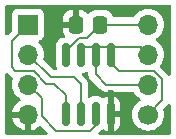
<source format=gtl>
%TF.GenerationSoftware,KiCad,Pcbnew,8.0.4*%
%TF.CreationDate,2025-01-06T14:25:35+00:00*%
%TF.ProjectId,soic_8_breakout,736f6963-5f38-45f6-9272-65616b6f7574,rev?*%
%TF.SameCoordinates,Original*%
%TF.FileFunction,Copper,L1,Top*%
%TF.FilePolarity,Positive*%
%FSLAX46Y46*%
G04 Gerber Fmt 4.6, Leading zero omitted, Abs format (unit mm)*
G04 Created by KiCad (PCBNEW 8.0.4) date 2025-01-06 14:25:35*
%MOMM*%
%LPD*%
G01*
G04 APERTURE LIST*
G04 Aperture macros list*
%AMRoundRect*
0 Rectangle with rounded corners*
0 $1 Rounding radius*
0 $2 $3 $4 $5 $6 $7 $8 $9 X,Y pos of 4 corners*
0 Add a 4 corners polygon primitive as box body*
4,1,4,$2,$3,$4,$5,$6,$7,$8,$9,$2,$3,0*
0 Add four circle primitives for the rounded corners*
1,1,$1+$1,$2,$3*
1,1,$1+$1,$4,$5*
1,1,$1+$1,$6,$7*
1,1,$1+$1,$8,$9*
0 Add four rect primitives between the rounded corners*
20,1,$1+$1,$2,$3,$4,$5,0*
20,1,$1+$1,$4,$5,$6,$7,0*
20,1,$1+$1,$6,$7,$8,$9,0*
20,1,$1+$1,$8,$9,$2,$3,0*%
G04 Aperture macros list end*
%TA.AperFunction,SMDPad,CuDef*%
%ADD10RoundRect,0.250000X-0.337500X-0.475000X0.337500X-0.475000X0.337500X0.475000X-0.337500X0.475000X0*%
%TD*%
%TA.AperFunction,ComponentPad*%
%ADD11R,1.700000X1.700000*%
%TD*%
%TA.AperFunction,ComponentPad*%
%ADD12O,1.700000X1.700000*%
%TD*%
%TA.AperFunction,ComponentPad*%
%ADD13C,1.700000*%
%TD*%
%TA.AperFunction,SMDPad,CuDef*%
%ADD14RoundRect,0.150000X0.150000X-0.825000X0.150000X0.825000X-0.150000X0.825000X-0.150000X-0.825000X0*%
%TD*%
%TA.AperFunction,ViaPad*%
%ADD15C,0.600000*%
%TD*%
%TA.AperFunction,Conductor*%
%ADD16C,0.200000*%
%TD*%
%TA.AperFunction,Conductor*%
%ADD17C,0.500000*%
%TD*%
G04 APERTURE END LIST*
D10*
%TO.P,C1,1*%
%TO.N,/GND*%
X56462500Y-52190000D03*
%TO.P,C1,2*%
%TO.N,Net-(J2-Pin_4)*%
X58537500Y-52190000D03*
%TD*%
D11*
%TO.P,J1,1,Pin_1*%
%TO.N,Net-(J1-Pin_1)*%
X52420000Y-52190000D03*
D12*
%TO.P,J1,2,Pin_2*%
%TO.N,Net-(J1-Pin_2)*%
X52420000Y-54730000D03*
%TO.P,J1,3,Pin_3*%
%TO.N,Net-(J1-Pin_3)*%
X52420000Y-57270000D03*
%TO.P,J1,4,Pin_4*%
%TO.N,/GND*%
X52420000Y-59810000D03*
%TD*%
D13*
%TO.P,J2,1,Pin_1*%
%TO.N,Net-(J2-Pin_1)*%
X62580000Y-59810000D03*
D12*
%TO.P,J2,2,Pin_2*%
%TO.N,Net-(J2-Pin_2)*%
X62580000Y-57270000D03*
%TO.P,J2,3,Pin_3*%
%TO.N,Net-(J2-Pin_3)*%
X62580000Y-54730000D03*
%TO.P,J2,4,Pin_4*%
%TO.N,Net-(J2-Pin_4)*%
X62580000Y-52190000D03*
%TD*%
D14*
%TO.P,U1,1,Pin_1*%
%TO.N,Net-(J1-Pin_1)*%
X55595000Y-59745000D03*
%TO.P,U1,2,Pin_2*%
%TO.N,Net-(J1-Pin_2)*%
X56865000Y-59745000D03*
%TO.P,U1,3,Pin_3*%
%TO.N,Net-(J1-Pin_3)*%
X58135000Y-59745000D03*
%TO.P,U1,4,Pin_4*%
%TO.N,/GND*%
X59405000Y-59745000D03*
%TO.P,U1,5,Pin_5*%
%TO.N,Net-(J2-Pin_1)*%
X59405000Y-54795000D03*
%TO.P,U1,6,Pin_6*%
%TO.N,Net-(J2-Pin_2)*%
X58135000Y-54795000D03*
%TO.P,U1,7,Pin_7*%
%TO.N,Net-(J2-Pin_3)*%
X56865000Y-54795000D03*
%TO.P,U1,8,Pin_8*%
%TO.N,Net-(J2-Pin_4)*%
X55595000Y-54795000D03*
%TD*%
D15*
%TO.N,/GND*%
X59405000Y-57970000D03*
X55210000Y-52190000D03*
%TD*%
D16*
%TO.N,/GND*%
X59440000Y-57970000D02*
X59410000Y-58000000D01*
D17*
X56462500Y-52190000D02*
X55210000Y-52190000D01*
X59405000Y-59745000D02*
X59405000Y-57970000D01*
D16*
%TO.N,Net-(J2-Pin_4)*%
X57427500Y-53300000D02*
X58537500Y-52190000D01*
X56735001Y-53300000D02*
X57427500Y-53300000D01*
X55595000Y-55415000D02*
X55595000Y-54440001D01*
X55595000Y-54440001D02*
X56735001Y-53300000D01*
X58537500Y-52190000D02*
X62580000Y-52190000D01*
%TO.N,Net-(J2-Pin_3)*%
X57205001Y-54100000D02*
X61950000Y-54100000D01*
X56865000Y-55415000D02*
X56865000Y-54440001D01*
X61950000Y-54100000D02*
X62580000Y-54730000D01*
X56865000Y-54440001D02*
X57205001Y-54100000D01*
%TO.N,Net-(J2-Pin_1)*%
X63770000Y-58620000D02*
X62580000Y-59810000D01*
X63770000Y-56833654D02*
X63770000Y-58620000D01*
X59405000Y-55415000D02*
X60110000Y-56120000D01*
X60110000Y-56120000D02*
X63056346Y-56120000D01*
X63056346Y-56120000D02*
X63770000Y-56833654D01*
%TO.N,Net-(J2-Pin_2)*%
X59015001Y-57270000D02*
X62580000Y-57270000D01*
X58135000Y-56389999D02*
X59015001Y-57270000D01*
X58135000Y-55415000D02*
X58135000Y-56389999D01*
%TO.N,Net-(J1-Pin_3)*%
X54780000Y-61170000D02*
X53570000Y-59960000D01*
X58135000Y-59745000D02*
X58135000Y-60695000D01*
X58135000Y-60695000D02*
X57660000Y-61170000D01*
X53570000Y-58420000D02*
X52420000Y-57270000D01*
X57660000Y-61170000D02*
X54780000Y-61170000D01*
X53570000Y-59960000D02*
X53570000Y-58420000D01*
%TO.N,Net-(J1-Pin_1)*%
X52896346Y-56120000D02*
X51350000Y-56120000D01*
X51350000Y-56120000D02*
X51020000Y-55790000D01*
X55595000Y-60365000D02*
X55595000Y-58135000D01*
X51020000Y-55790000D02*
X51020000Y-53590000D01*
X55595000Y-58135000D02*
X54653654Y-57193654D01*
X53970000Y-57193654D02*
X52896346Y-56120000D01*
X51020000Y-53590000D02*
X52420000Y-52190000D01*
X54653654Y-57193654D02*
X53970000Y-57193654D01*
%TO.N,Net-(J1-Pin_2)*%
X56865000Y-60365000D02*
X56865000Y-57185000D01*
X54330000Y-56640000D02*
X52420000Y-54730000D01*
X56865000Y-57185000D02*
X56320000Y-56640000D01*
X56320000Y-56640000D02*
X54330000Y-56640000D01*
%TD*%
%TA.AperFunction,Conductor*%
%TO.N,/GND*%
G36*
X50705703Y-56325384D02*
G01*
X50712181Y-56331416D01*
X50865139Y-56484374D01*
X50865149Y-56484385D01*
X50869479Y-56488715D01*
X50869480Y-56488716D01*
X50981284Y-56600520D01*
X51089374Y-56662925D01*
X51137589Y-56713491D01*
X51150813Y-56782098D01*
X51147149Y-56802404D01*
X51084939Y-57034583D01*
X51084936Y-57034596D01*
X51064341Y-57269999D01*
X51064341Y-57270000D01*
X51084936Y-57505403D01*
X51084938Y-57505413D01*
X51146094Y-57733655D01*
X51146096Y-57733659D01*
X51146097Y-57733663D01*
X51211920Y-57874820D01*
X51245965Y-57947830D01*
X51245967Y-57947834D01*
X51381501Y-58141395D01*
X51381506Y-58141402D01*
X51548597Y-58308493D01*
X51548603Y-58308498D01*
X51594941Y-58340944D01*
X51723895Y-58431239D01*
X51734594Y-58438730D01*
X51778219Y-58493307D01*
X51785413Y-58562805D01*
X51753890Y-58625160D01*
X51734595Y-58641880D01*
X51548922Y-58771890D01*
X51548920Y-58771891D01*
X51381891Y-58938920D01*
X51381886Y-58938926D01*
X51246400Y-59132420D01*
X51246399Y-59132422D01*
X51146570Y-59346507D01*
X51146567Y-59346513D01*
X51089364Y-59559999D01*
X51089364Y-59560000D01*
X51986988Y-59560000D01*
X51954075Y-59617007D01*
X51920000Y-59744174D01*
X51920000Y-59875826D01*
X51954075Y-60002993D01*
X51986988Y-60060000D01*
X51089364Y-60060000D01*
X51146567Y-60273486D01*
X51146570Y-60273492D01*
X51246399Y-60487578D01*
X51381894Y-60681082D01*
X51548917Y-60848105D01*
X51742421Y-60983600D01*
X51956507Y-61083429D01*
X51956516Y-61083433D01*
X52170000Y-61140634D01*
X52170000Y-60243012D01*
X52227007Y-60275925D01*
X52354174Y-60310000D01*
X52485826Y-60310000D01*
X52612993Y-60275925D01*
X52670000Y-60243012D01*
X52670000Y-61140633D01*
X52883483Y-61083433D01*
X52883492Y-61083429D01*
X53097578Y-60983600D01*
X53291076Y-60848110D01*
X53362294Y-60776892D01*
X53423617Y-60743407D01*
X53493309Y-60748391D01*
X53537657Y-60776892D01*
X54048584Y-61287819D01*
X54082069Y-61349142D01*
X54077085Y-61418834D01*
X54035213Y-61474767D01*
X53969749Y-61499184D01*
X53960903Y-61499500D01*
X50624500Y-61499500D01*
X50557461Y-61479815D01*
X50511706Y-61427011D01*
X50500500Y-61375500D01*
X50500500Y-56419097D01*
X50520185Y-56352058D01*
X50572989Y-56306303D01*
X50642147Y-56296359D01*
X50705703Y-56325384D01*
G37*
%TD.AperFunction*%
%TA.AperFunction,Conductor*%
G36*
X57481365Y-56184151D02*
G01*
X57525129Y-56238617D01*
X57534500Y-56285906D01*
X57534500Y-56303329D01*
X57534499Y-56303347D01*
X57534499Y-56469053D01*
X57534498Y-56469053D01*
X57575423Y-56621784D01*
X57602970Y-56669495D01*
X57602971Y-56669499D01*
X57602972Y-56669499D01*
X57620667Y-56700149D01*
X57654479Y-56758713D01*
X57654481Y-56758716D01*
X57773349Y-56877584D01*
X57773355Y-56877589D01*
X58530140Y-57634374D01*
X58530150Y-57634385D01*
X58534480Y-57638715D01*
X58534481Y-57638716D01*
X58646285Y-57750520D01*
X58646287Y-57750521D01*
X58646291Y-57750524D01*
X58764701Y-57818887D01*
X58783217Y-57829577D01*
X58895020Y-57859534D01*
X58935943Y-57870500D01*
X58935944Y-57870500D01*
X61290909Y-57870500D01*
X61357948Y-57890185D01*
X61403292Y-57942097D01*
X61405965Y-57947830D01*
X61478409Y-58051290D01*
X61541501Y-58141395D01*
X61541506Y-58141402D01*
X61708597Y-58308493D01*
X61708603Y-58308498D01*
X61894158Y-58438425D01*
X61937783Y-58493002D01*
X61944977Y-58562500D01*
X61913454Y-58624855D01*
X61894158Y-58641575D01*
X61708597Y-58771505D01*
X61541505Y-58938597D01*
X61405965Y-59132169D01*
X61405964Y-59132171D01*
X61306098Y-59346335D01*
X61306094Y-59346344D01*
X61244938Y-59574586D01*
X61244936Y-59574596D01*
X61224341Y-59809999D01*
X61224341Y-59810000D01*
X61244936Y-60045403D01*
X61244938Y-60045413D01*
X61306094Y-60273655D01*
X61306096Y-60273659D01*
X61306097Y-60273663D01*
X61405847Y-60487578D01*
X61405965Y-60487830D01*
X61405967Y-60487834D01*
X61509459Y-60635634D01*
X61541505Y-60681401D01*
X61708599Y-60848495D01*
X61805384Y-60916265D01*
X61902165Y-60984032D01*
X61902167Y-60984033D01*
X61902170Y-60984035D01*
X62116337Y-61083903D01*
X62116343Y-61083904D01*
X62116344Y-61083905D01*
X62131941Y-61088084D01*
X62344592Y-61145063D01*
X62532918Y-61161539D01*
X62579999Y-61165659D01*
X62580000Y-61165659D01*
X62580001Y-61165659D01*
X62619234Y-61162226D01*
X62815408Y-61145063D01*
X63043663Y-61083903D01*
X63257830Y-60984035D01*
X63451401Y-60848495D01*
X63618495Y-60681401D01*
X63754035Y-60487830D01*
X63853903Y-60273663D01*
X63915063Y-60045408D01*
X63935659Y-59810000D01*
X63915063Y-59574592D01*
X63880671Y-59446239D01*
X63882334Y-59376393D01*
X63912763Y-59326470D01*
X64128506Y-59110728D01*
X64128511Y-59110724D01*
X64138714Y-59100520D01*
X64138716Y-59100520D01*
X64250520Y-58988716D01*
X64268112Y-58958244D01*
X64318679Y-58910029D01*
X64387286Y-58896805D01*
X64452151Y-58922773D01*
X64492680Y-58979687D01*
X64499500Y-59020244D01*
X64499500Y-61375500D01*
X64479815Y-61442539D01*
X64427011Y-61488294D01*
X64375500Y-61499500D01*
X58479096Y-61499500D01*
X58412057Y-61479815D01*
X58366302Y-61427011D01*
X58356358Y-61357853D01*
X58385383Y-61294297D01*
X58391396Y-61287838D01*
X58469458Y-61209776D01*
X58522540Y-61178384D01*
X58545398Y-61171744D01*
X58686865Y-61088081D01*
X58686872Y-61088073D01*
X58693026Y-61083301D01*
X58694839Y-61085638D01*
X58743949Y-61058798D01*
X58813643Y-61063756D01*
X58845996Y-61084551D01*
X58847278Y-61082900D01*
X58853447Y-61087685D01*
X58994801Y-61171281D01*
X59152514Y-61217100D01*
X59152511Y-61217100D01*
X59154998Y-61217295D01*
X59155000Y-61217295D01*
X59655000Y-61217295D01*
X59655001Y-61217295D01*
X59657486Y-61217100D01*
X59815198Y-61171281D01*
X59956552Y-61087685D01*
X59956561Y-61087678D01*
X60072678Y-60971561D01*
X60072685Y-60971552D01*
X60156282Y-60830196D01*
X60156283Y-60830193D01*
X60202099Y-60672495D01*
X60202100Y-60672489D01*
X60204999Y-60635649D01*
X60205000Y-60635634D01*
X60205000Y-59995000D01*
X59655000Y-59995000D01*
X59655000Y-61217295D01*
X59155000Y-61217295D01*
X59155000Y-59495000D01*
X59655000Y-59495000D01*
X60205000Y-59495000D01*
X60205000Y-58854365D01*
X60204999Y-58854350D01*
X60202100Y-58817510D01*
X60202099Y-58817504D01*
X60156283Y-58659806D01*
X60156282Y-58659803D01*
X60072685Y-58518447D01*
X60072678Y-58518438D01*
X59956561Y-58402321D01*
X59956552Y-58402314D01*
X59815196Y-58318717D01*
X59815193Y-58318716D01*
X59657494Y-58272900D01*
X59657497Y-58272900D01*
X59655000Y-58272703D01*
X59655000Y-59495000D01*
X59155000Y-59495000D01*
X59155000Y-58272703D01*
X59152503Y-58272900D01*
X58994806Y-58318716D01*
X58994803Y-58318717D01*
X58853449Y-58402313D01*
X58847283Y-58407097D01*
X58845389Y-58404655D01*
X58796580Y-58431239D01*
X58726894Y-58426179D01*
X58694227Y-58405159D01*
X58693031Y-58406702D01*
X58686862Y-58401917D01*
X58564348Y-58329463D01*
X58545398Y-58318256D01*
X58545397Y-58318255D01*
X58545396Y-58318255D01*
X58545393Y-58318254D01*
X58387573Y-58272402D01*
X58387567Y-58272401D01*
X58350701Y-58269500D01*
X58350694Y-58269500D01*
X57919306Y-58269500D01*
X57919298Y-58269500D01*
X57882432Y-58272401D01*
X57882426Y-58272402D01*
X57724606Y-58318254D01*
X57724599Y-58318257D01*
X57652620Y-58360825D01*
X57584896Y-58378008D01*
X57518634Y-58355848D01*
X57474871Y-58301381D01*
X57465500Y-58254093D01*
X57465500Y-57105945D01*
X57465500Y-57105943D01*
X57424577Y-56953216D01*
X57380914Y-56877589D01*
X57345524Y-56816290D01*
X57345521Y-56816286D01*
X57345520Y-56816284D01*
X57233716Y-56704480D01*
X57233715Y-56704479D01*
X57229385Y-56700149D01*
X57229374Y-56700139D01*
X57010428Y-56481193D01*
X56976943Y-56419870D01*
X56981927Y-56350178D01*
X57023799Y-56294245D01*
X57088382Y-56269894D01*
X57117569Y-56267598D01*
X57117571Y-56267597D01*
X57117573Y-56267597D01*
X57217321Y-56238617D01*
X57275398Y-56221744D01*
X57347381Y-56179173D01*
X57415102Y-56161991D01*
X57481365Y-56184151D01*
G37*
%TD.AperFunction*%
%TA.AperFunction,Conductor*%
G36*
X64442539Y-50520185D02*
G01*
X64488294Y-50572989D01*
X64499500Y-50624500D01*
X64499500Y-56433410D01*
X64479815Y-56500449D01*
X64427011Y-56546204D01*
X64357853Y-56556148D01*
X64294297Y-56527123D01*
X64268119Y-56495421D01*
X64266647Y-56492872D01*
X64266640Y-56492859D01*
X64250522Y-56464941D01*
X64250521Y-56464940D01*
X64250520Y-56464938D01*
X64138716Y-56353134D01*
X64138715Y-56353133D01*
X64134385Y-56348803D01*
X64134374Y-56348793D01*
X63590419Y-55804838D01*
X63556934Y-55743515D01*
X63561918Y-55673823D01*
X63590416Y-55629479D01*
X63618495Y-55601401D01*
X63754035Y-55407830D01*
X63853903Y-55193663D01*
X63915063Y-54965408D01*
X63935659Y-54730000D01*
X63915063Y-54494592D01*
X63853903Y-54266337D01*
X63754035Y-54052171D01*
X63650500Y-53904306D01*
X63618494Y-53858597D01*
X63451402Y-53691506D01*
X63451396Y-53691501D01*
X63265842Y-53561575D01*
X63222217Y-53506998D01*
X63215023Y-53437500D01*
X63246546Y-53375145D01*
X63265842Y-53358425D01*
X63317289Y-53322401D01*
X63451401Y-53228495D01*
X63618495Y-53061401D01*
X63754035Y-52867830D01*
X63853903Y-52653663D01*
X63915063Y-52425408D01*
X63935659Y-52190000D01*
X63915063Y-51954592D01*
X63853903Y-51726337D01*
X63754035Y-51512171D01*
X63754034Y-51512169D01*
X63618494Y-51318597D01*
X63451402Y-51151506D01*
X63451395Y-51151501D01*
X63257834Y-51015967D01*
X63257830Y-51015965D01*
X63257828Y-51015964D01*
X63043663Y-50916097D01*
X63043659Y-50916096D01*
X63043655Y-50916094D01*
X62815413Y-50854938D01*
X62815403Y-50854936D01*
X62580001Y-50834341D01*
X62579999Y-50834341D01*
X62344596Y-50854936D01*
X62344586Y-50854938D01*
X62116344Y-50916094D01*
X62116335Y-50916098D01*
X61902171Y-51015964D01*
X61902169Y-51015965D01*
X61708597Y-51151505D01*
X61541506Y-51318596D01*
X61405965Y-51512170D01*
X61405962Y-51512175D01*
X61403289Y-51517909D01*
X61357115Y-51570346D01*
X61290909Y-51589500D01*
X59713585Y-51589500D01*
X59646546Y-51569815D01*
X59600791Y-51517011D01*
X59595879Y-51504504D01*
X59559814Y-51395666D01*
X59467712Y-51246344D01*
X59343656Y-51122288D01*
X59194334Y-51030186D01*
X59027797Y-50975001D01*
X59027795Y-50975000D01*
X58925010Y-50964500D01*
X58149998Y-50964500D01*
X58149980Y-50964501D01*
X58047203Y-50975000D01*
X58047200Y-50975001D01*
X57880668Y-51030185D01*
X57880663Y-51030187D01*
X57731342Y-51122289D01*
X57607288Y-51246343D01*
X57607283Y-51246349D01*
X57605241Y-51249661D01*
X57603247Y-51251453D01*
X57602807Y-51252011D01*
X57602711Y-51251935D01*
X57553291Y-51296383D01*
X57484328Y-51307602D01*
X57420247Y-51279755D01*
X57394168Y-51249656D01*
X57392319Y-51246659D01*
X57392316Y-51246655D01*
X57268345Y-51122684D01*
X57119124Y-51030643D01*
X57119119Y-51030641D01*
X56952697Y-50975494D01*
X56952690Y-50975493D01*
X56849986Y-50965000D01*
X56712500Y-50965000D01*
X56712500Y-52316000D01*
X56692815Y-52383039D01*
X56640011Y-52428794D01*
X56588500Y-52440000D01*
X55375001Y-52440000D01*
X55375001Y-52714986D01*
X55385494Y-52817697D01*
X55440641Y-52984119D01*
X55440643Y-52984124D01*
X55530869Y-53130403D01*
X55549309Y-53197796D01*
X55528386Y-53264459D01*
X55474744Y-53309229D01*
X55425330Y-53319500D01*
X55379298Y-53319500D01*
X55342432Y-53322401D01*
X55342426Y-53322402D01*
X55184606Y-53368254D01*
X55184603Y-53368255D01*
X55043137Y-53451917D01*
X55043129Y-53451923D01*
X54926923Y-53568129D01*
X54926917Y-53568137D01*
X54843255Y-53709603D01*
X54843254Y-53709606D01*
X54797402Y-53867426D01*
X54797401Y-53867432D01*
X54794500Y-53904298D01*
X54794500Y-55685701D01*
X54797401Y-55722567D01*
X54797402Y-55722573D01*
X54843403Y-55880905D01*
X54843204Y-55950774D01*
X54805262Y-56009444D01*
X54741624Y-56038288D01*
X54724327Y-56039500D01*
X54630097Y-56039500D01*
X54563058Y-56019815D01*
X54542416Y-56003181D01*
X53752766Y-55213531D01*
X53719281Y-55152208D01*
X53720672Y-55093757D01*
X53721863Y-55089309D01*
X53755063Y-54965408D01*
X53775659Y-54730000D01*
X53755063Y-54494592D01*
X53693903Y-54266337D01*
X53594035Y-54052171D01*
X53490499Y-53904306D01*
X53458496Y-53858600D01*
X53458493Y-53858597D01*
X53336567Y-53736671D01*
X53303084Y-53675351D01*
X53308068Y-53605659D01*
X53349939Y-53549725D01*
X53380915Y-53532810D01*
X53512331Y-53483796D01*
X53627546Y-53397546D01*
X53713796Y-53282331D01*
X53764091Y-53147483D01*
X53770500Y-53087873D01*
X53770499Y-51665013D01*
X55375000Y-51665013D01*
X55375000Y-51940000D01*
X56212500Y-51940000D01*
X56212500Y-50965000D01*
X56075027Y-50965000D01*
X56075012Y-50965001D01*
X55972302Y-50975494D01*
X55805880Y-51030641D01*
X55805875Y-51030643D01*
X55656654Y-51122684D01*
X55532684Y-51246654D01*
X55440643Y-51395875D01*
X55440641Y-51395880D01*
X55385494Y-51562302D01*
X55385493Y-51562309D01*
X55375000Y-51665013D01*
X53770499Y-51665013D01*
X53770499Y-51292128D01*
X53764091Y-51232517D01*
X53722978Y-51122288D01*
X53713797Y-51097671D01*
X53713793Y-51097664D01*
X53627547Y-50982455D01*
X53627544Y-50982452D01*
X53512335Y-50896206D01*
X53512328Y-50896202D01*
X53377482Y-50845908D01*
X53377483Y-50845908D01*
X53317883Y-50839501D01*
X53317881Y-50839500D01*
X53317873Y-50839500D01*
X53317864Y-50839500D01*
X51522129Y-50839500D01*
X51522123Y-50839501D01*
X51462516Y-50845908D01*
X51327671Y-50896202D01*
X51327664Y-50896206D01*
X51212455Y-50982452D01*
X51212452Y-50982455D01*
X51126206Y-51097664D01*
X51126202Y-51097671D01*
X51075908Y-51232517D01*
X51070830Y-51279755D01*
X51069501Y-51292123D01*
X51069500Y-51292135D01*
X51069500Y-52639902D01*
X51049815Y-52706941D01*
X51033181Y-52727583D01*
X50712181Y-53048583D01*
X50650858Y-53082068D01*
X50581166Y-53077084D01*
X50525233Y-53035212D01*
X50500816Y-52969748D01*
X50500500Y-52960902D01*
X50500500Y-50624500D01*
X50520185Y-50557461D01*
X50572989Y-50511706D01*
X50624500Y-50500500D01*
X64375500Y-50500500D01*
X64442539Y-50520185D01*
G37*
%TD.AperFunction*%
%TD*%
M02*

</source>
